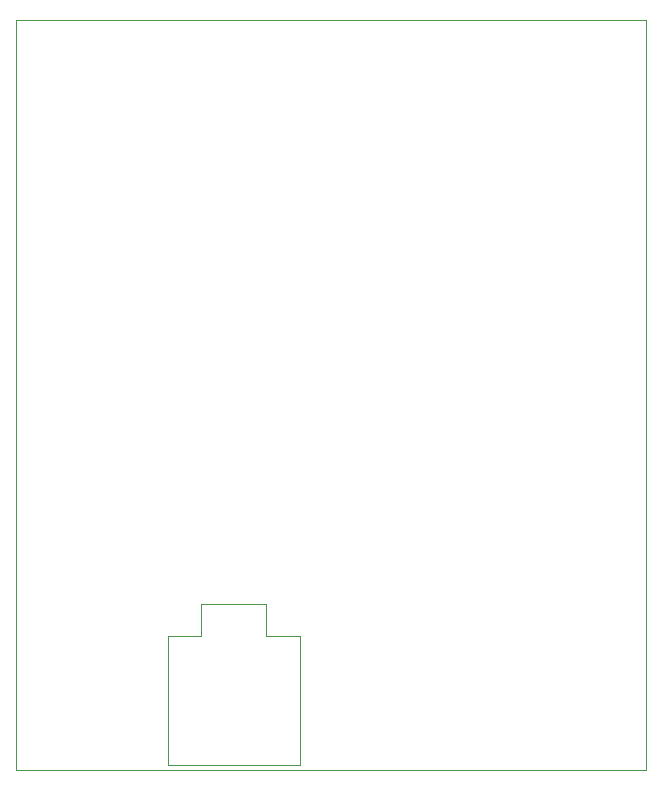
<source format=gbr>
%TF.GenerationSoftware,KiCad,Pcbnew,7.0.7*%
%TF.CreationDate,2023-10-17T22:15:13-05:00*%
%TF.ProjectId,Heater_North_DCT_HSK,48656174-6572-45f4-9e6f-7274685f4443,rev?*%
%TF.SameCoordinates,Original*%
%TF.FileFunction,Other,User*%
%FSLAX46Y46*%
G04 Gerber Fmt 4.6, Leading zero omitted, Abs format (unit mm)*
G04 Created by KiCad (PCBNEW 7.0.7) date 2023-10-17 22:15:13*
%MOMM*%
%LPD*%
G01*
G04 APERTURE LIST*
%ADD10C,0.050000*%
%TA.AperFunction,Profile*%
%ADD11C,0.100000*%
%TD*%
G04 APERTURE END LIST*
D10*
%TO.C,J4*%
X114420000Y-103010000D02*
X114420000Y-113920000D01*
X114420000Y-113920000D02*
X125580000Y-113920000D01*
X117250000Y-100250000D02*
X117250000Y-103010000D01*
X117250000Y-103010000D02*
X114420000Y-103010000D01*
X122750000Y-100250000D02*
X117250000Y-100250000D01*
X122750000Y-103010000D02*
X122750000Y-100250000D01*
X125580000Y-103010000D02*
X122750000Y-103010000D01*
X125580000Y-113920000D02*
X125580000Y-103010000D01*
%TD*%
D11*
X101600000Y-50800000D02*
X154940000Y-50800000D01*
X154940000Y-114300000D01*
X101600000Y-114300000D01*
X101600000Y-50800000D01*
M02*

</source>
